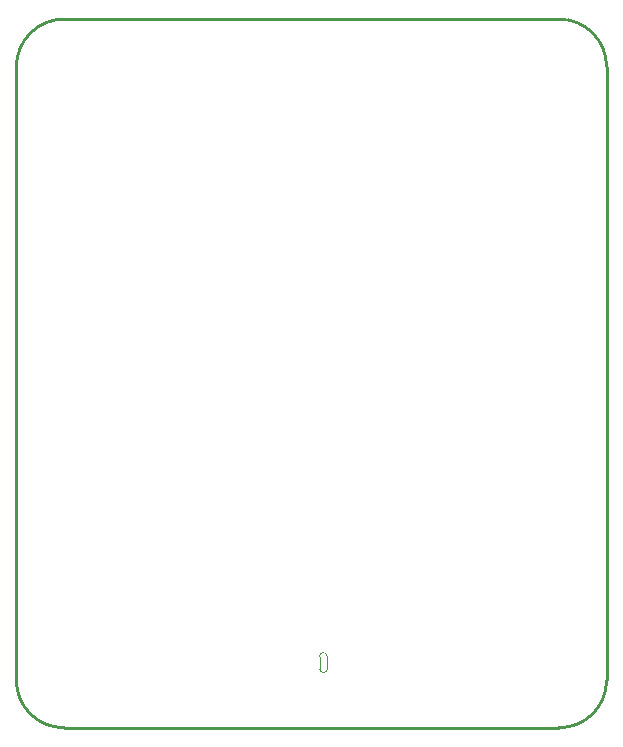
<source format=gbr>
%TF.GenerationSoftware,Altium Limited,Altium Designer,20.0.12 (288)*%
G04 Layer_Color=16711935*
%FSLAX45Y45*%
%MOMM*%
%TF.FileFunction,Other,Mechanical_1*%
%TF.Part,Single*%
G01*
G75*
%TA.AperFunction,NonConductor*%
%ADD59C,0.25400*%
%ADD84C,0.00000*%
D59*
X17526685Y2545000D02*
G03*
X17927200Y2945517I0J400517D01*
G01*
X12930000Y2946008D02*
G03*
X13331007Y2545000I401008J0D01*
G01*
X13334981Y8545000D02*
G03*
X12930000Y8140019I0J-404981D01*
G01*
X17927200Y8142749D02*
G03*
X17524950Y8545000I-402251J0D01*
G01*
X13331007Y2545000D02*
X17526685D01*
X17927200Y2945517D02*
Y8142749D01*
X12930000Y2946008D02*
Y8140019D01*
X13334981Y8545000D02*
X17524950D01*
D84*
X15528944Y3180988D02*
G03*
X15497212Y3145745I1755J-33488D01*
G01*
X15562192Y3151150D02*
G03*
X15529050Y3180992I-31492J-1650D01*
G01*
Y3011008D02*
G03*
X15562192Y3040850I1650J31492D01*
G01*
X15497202Y3040917D02*
G03*
X15529282Y3011003I30997J1083D01*
G01*
X15562199Y3041000D02*
Y3151000D01*
X15497200Y3041000D02*
Y3146000D01*
%TF.MD5,2437cc15e683cf2eebacaefe66f2370d*%
M02*

</source>
